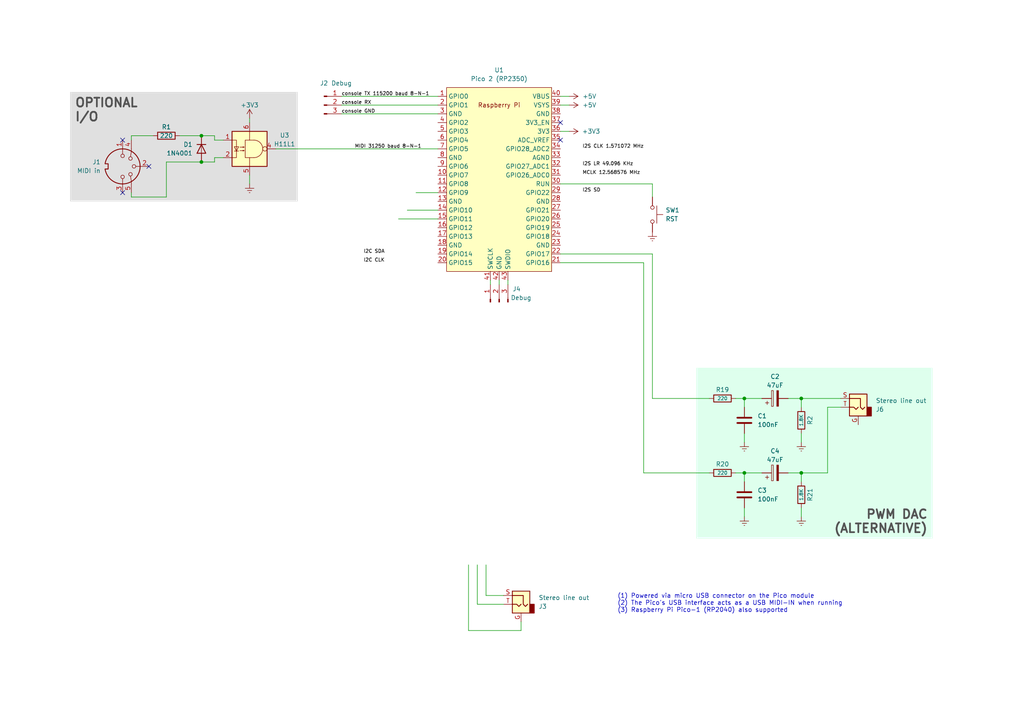
<source format=kicad_sch>
(kicad_sch (version 20230121) (generator eeschema)
  (paper "A4")
  (title_block (title "pico106") (date "2024-10-26") (rev "0.01") (company "https://github.com/AnotherJohnH/pico106"))
  (lib_symbols
    (symbol "+5V_1" (power) (pin_names (offset 0))
      (property "Value" "+5V_1" (at 0 3.81 90))
      (symbol "+5V_1_0_1"
        (polyline (pts (xy -0.762 1.27) (xy 0 2.54)))
        (polyline (pts (xy 0 0) (xy 0 2.54)))
        (polyline (pts (xy 0 2.54) (xy 0.762 1.27)))
      )
      (symbol "+5V_1_1_1"
        (pin power_in line (at 0 0 90) (length 0) hide (name "+5V") (number "1"))
      )
    )
    (symbol "Connector:Conn_01x03_Pin" (pin_names (offset 1.016) hide)
      (property "Reference" "J" (at 0 5.08 0))
      (property "Value" "Conn_01x03_Pin" (at 0 -5.08 0))
      (symbol "Conn_01x03_Pin_1_1"
        (polyline (pts (xy 1.27 -2.54) (xy 0.8636 -2.54)) (stroke (width 0.1524)))
        (polyline (pts (xy 1.27 0) (xy 0.8636 0)) (stroke (width 0.1524)))
        (polyline (pts (xy 1.27 2.54) (xy 0.8636 2.54)) (stroke (width 0.1524)))
        (rectangle (start 0.8636 -2.413) (end 0 -2.667) (stroke (width 0.1524)) (fill (type outline)))
        (rectangle (start 0.8636 0.127) (end 0 -0.127) (stroke (width 0.1524)) (fill (type outline)))
        (rectangle (start 0.8636 2.667) (end 0 2.413) (stroke (width 0.1524)) (fill (type outline)))
        (pin passive line (at 5.08 2.54 180) (length 3.81) (name "Pin_1") (number "1"))
        (pin passive line (at 5.08 0 180) (length 3.81) (name "Pin_2") (number "2"))
        (pin passive line (at 5.08 -2.54 180) (length 3.81) (name "Pin_3") (number "3"))
      )
    )
    (symbol "Connector:DIN-5_180degree" (pin_names (offset 1.016))
      (property "Reference" "J" (at 3.175 5.715 0))
      (property "Value" "DIN-5_180degree" (at 0 -6.35 0))
      (symbol "DIN-5_180degree_0_1"
        (arc (start -5.08 0) (mid -3.8609 -3.3364) (end -0.762 -5.08) (stroke (width 0.254)))
        (circle (center -3.048 0) (radius 0.508))
        (circle (center -2.286 2.286) (radius 0.508))
        (polyline (pts (xy -5.08 0) (xy -3.556 0)))
        (polyline (pts (xy 0 5.08) (xy 0 3.81)))
        (polyline (pts (xy 5.08 0) (xy 3.556 0)))
        (polyline (pts (xy -5.08 2.54) (xy -4.318 2.54) (xy -2.794 2.286)))
        (polyline (pts (xy 5.08 2.54) (xy 4.318 2.54) (xy 2.794 2.286)))
        (polyline (pts (xy -0.762 -4.953) (xy -0.762 -4.191) (xy 0.762 -4.191) (xy 0.762 -4.953)) (stroke (width 0.254)))
        (circle (center 0 3.302) (radius 0.508))
        (arc (start 0.762 -5.08) (mid 3.8685 -3.343) (end 5.08 0) (stroke (width 0.254)))
        (circle (center 2.286 2.286) (radius 0.508))
        (circle (center 3.048 0) (radius 0.508))
        (arc (start 5.08 0) (mid 0 5.0579) (end -5.08 0) (stroke (width 0.254)))
      )
      (symbol "DIN-5_180degree_1_1"
        (pin passive line (at -7.62 0 0) (length 2.54) (name "~") (number "1"))
        (pin passive line (at 0 7.62 270) (length 2.54) (name "~") (number "2"))
        (pin passive line (at 7.62 0 180) (length 2.54) (name "~") (number "3"))
        (pin passive line (at -7.62 2.54 0) (length 2.54) (name "~") (number "4"))
        (pin passive line (at 7.62 2.54 180) (length 2.54) (name "~") (number "5"))
      )
    )
    (symbol "Connector_Audio:AudioJack2_Ground"
      (property "Reference" "J" (at 0 8.89 0))
      (property "Value" "AudioJack2_Ground" (at 0 6.35 0))
      (symbol "AudioJack2_Ground_0_1"
        (rectangle (start -2.54 -2.54) (end -3.81 0) (stroke (width 0.254)) (fill (type outline)))
        (polyline (pts (xy 0 0) (xy 0.635 -0.635) (xy 1.27 0) (xy 2.54 0)) (stroke (width 0.254)))
        (polyline (pts (xy 2.54 2.54) (xy -0.635 2.54) (xy -0.635 0) (xy -1.27 -0.635) (xy -1.905 0)) (stroke (width 0.254)))
        (rectangle (start 2.54 3.81) (end -2.54 -2.54) (stroke (width 0.254)) (fill (type background)))
      )
      (symbol "AudioJack2_Ground_1_1"
        (pin passive line (at 0 -5.08 90) (length 2.54) (name "~") (number "G"))
        (pin passive line (at 5.08 2.54 180) (length 2.54) (name "~") (number "S"))
        (pin passive line (at 5.08 0 180) (length 2.54) (name "~") (number "T"))
      )
    )
    (symbol "Device:C" (pin_numbers hide) (pin_names (offset 0.254))
      (property "Reference" "C" (at 0.635 2.54 0))
      (property "Value" "C" (at 0.635 -2.54 0))
      (symbol "C_0_1"
        (polyline (pts (xy -2.032 -0.762) (xy 2.032 -0.762)) (stroke (width 0.508)))
        (polyline (pts (xy -2.032 0.762) (xy 2.032 0.762)) (stroke (width 0.508)))
      )
      (symbol "C_1_1"
        (pin passive line (at 0 3.81 270) (length 2.794) (name "~") (number "1"))
        (pin passive line (at 0 -3.81 90) (length 2.794) (name "~") (number "2"))
      )
    )
    (symbol "Device:C_Polarized" (pin_numbers hide) (pin_names (offset 0.254))
      (property "Reference" "C" (at 0.635 2.54 0))
      (property "Value" "C_Polarized" (at 0.635 -2.54 0))
      (symbol "C_Polarized_0_1"
        (rectangle (start -2.286 0.508) (end 2.286 1.016))
        (polyline (pts (xy -1.778 2.286) (xy -0.762 2.286)))
        (polyline (pts (xy -1.27 2.794) (xy -1.27 1.778)))
        (rectangle (start 2.286 -0.508) (end -2.286 -1.016) (fill (type outline)))
      )
      (symbol "C_Polarized_1_1"
        (pin passive line (at 0 3.81 270) (length 2.794) (name "~") (number "1"))
        (pin passive line (at 0 -3.81 90) (length 2.794) (name "~") (number "2"))
      )
    )
    (symbol "Device:R" (pin_numbers hide) (pin_names (offset 0))
      (property "Reference" "R" (at 2.032 0 90))
      (property "Value" "R" (at 0 0 90))
      (symbol "R_0_1"
        (rectangle (start -1.016 -2.54) (end 1.016 2.54) (stroke (width 0.254)))
      )
      (symbol "R_1_1"
        (pin passive line (at 0 3.81 270) (length 1.27) (name "~") (number "1"))
        (pin passive line (at 0 -3.81 90) (length 1.27) (name "~") (number "2"))
      )
    )
    (symbol "Diode:1N4001" (pin_numbers hide) (pin_names hide)
      (property "Reference" "D" (at 0 2.54 0))
      (property "Value" "1N4001" (at 0 -2.54 0))
      (symbol "1N4001_0_1"
        (polyline (pts (xy -1.27 1.27) (xy -1.27 -1.27)) (stroke (width 0.254)))
        (polyline (pts (xy 1.27 0) (xy -1.27 0)))
        (polyline (pts (xy 1.27 1.27) (xy 1.27 -1.27) (xy -1.27 0) (xy 1.27 1.27)) (stroke (width 0.254)))
      )
      (symbol "1N4001_1_1"
        (pin passive line (at -3.81 0 0) (length 2.54) (name "K") (number "1"))
        (pin passive line (at 3.81 0 180) (length 2.54) (name "A") (number "2"))
      )
    )
    (symbol "Isolator:H11L1" (pin_names (offset 1.016))
      (property "Reference" "U" (at 1.27 8.89 0))
      (property "Value" "H11L1" (at 1.27 6.35 0))
      (symbol "H11L1_0_1"
        (rectangle (start -5.08 5.08) (end 5.08 -5.08) (stroke (width 0.254)) (fill (type background)))
        (polyline (pts (xy -4.445 -0.635) (xy -3.175 -0.635)))
        (polyline (pts (xy 0 2.54) (xy 0 5.08)))
        (polyline (pts (xy 0 -2.54) (xy 0 -5.08) (xy 0 -3.81)))
        (polyline (pts (xy -5.08 -2.54) (xy -3.81 -2.54) (xy -3.81 2.54) (xy -5.08 2.54)))
        (polyline (pts (xy -3.81 -0.635) (xy -4.445 0.635) (xy -3.175 0.635) (xy -3.81 -0.635)))
        (polyline (pts (xy 1.27 -2.54) (xy -1.27 -2.54) (xy -1.27 2.54) (xy 1.27 2.54)))
        (polyline (pts (xy -2.794 -0.508) (xy -1.524 -0.508) (xy -1.905 -0.635) (xy -1.905 -0.381) (xy -1.524 -0.508)))
        (polyline (pts (xy -2.794 0.508) (xy -1.524 0.508) (xy -1.905 0.381) (xy -1.905 0.635) (xy -1.524 0.508)))
        (arc (start 1.27 -2.54) (mid 3.799 0) (end 1.27 2.54))
      )
      (symbol "H11L1_1_1"
        (pin passive line (at -7.62 2.54 0) (length 2.54) (name "~") (number "1"))
        (pin passive line (at -7.62 -2.54 0) (length 2.54) (name "~") (number "2"))
        (pin no_connect line (at -5.08 0 0) (length 2.54) hide (name "~") (number "3"))
        (pin output inverted (at 7.62 0 180) (length 3.81) (name "~") (number "4"))
        (pin power_in line (at 0 -7.62 90) (length 2.54) (name "~") (number "5"))
        (pin power_in line (at 0 7.62 270) (length 2.54) (name "~") (number "6"))
      )
    )
    (symbol "MCU_RaspberryPi_and_Boards:Pico 2"
      (property "Reference" "U" (at -13.97 27.94 0))
      (property "Value" "Pico 2 (RP2350)" (at 0 19.05 0))
      (symbol "Pico 2_0_1"
        (rectangle (start -15.24 26.67) (end 15.24 -26.67) (fill (type background)))
      )
      (symbol "Pico 2_1_0"
        (text "Raspberry Pi" (at 0 21.59 0) (effects (font (size 1.27 1.27))))
      )
      (symbol "Pico 2_1_1"
        (pin bidirectional line (at -17.78 24.13 0) (length 2.54) (name "GPIO0") (number "1"))
        (pin bidirectional line (at -17.78 1.27 0) (length 2.54) (name "GPIO7") (number "10"))
        (pin bidirectional line (at -17.78 -1.27 0) (length 2.54) (name "GPIO8") (number "11"))
        (pin bidirectional line (at -17.78 -3.81 0) (length 2.54) (name "GPIO9") (number "12"))
        (pin power_in line (at -17.78 -6.35 0) (length 2.54) (name "GND") (number "13"))
        (pin bidirectional line (at -17.78 -8.89 0) (length 2.54) (name "GPIO10") (number "14"))
        (pin bidirectional line (at -17.78 -11.43 0) (length 2.54) (name "GPIO11") (number "15"))
        (pin bidirectional line (at -17.78 -13.97 0) (length 2.54) (name "GPIO12") (number "16"))
        (pin bidirectional line (at -17.78 -16.51 0) (length 2.54) (name "GPIO13") (number "17"))
        (pin power_in line (at -17.78 -19.05 0) (length 2.54) (name "GND") (number "18"))
        (pin bidirectional line (at -17.78 -21.59 0) (length 2.54) (name "GPIO14") (number "19"))
        (pin bidirectional line (at -17.78 21.59 0) (length 2.54) (name "GPIO1") (number "2"))
        (pin bidirectional line (at -17.78 -24.13 0) (length 2.54) (name "GPIO15") (number "20"))
        (pin bidirectional line (at 17.78 -24.13 180) (length 2.54) (name "GPIO16") (number "21"))
        (pin bidirectional line (at 17.78 -21.59 180) (length 2.54) (name "GPIO17") (number "22"))
        (pin power_in line (at 17.78 -19.05 180) (length 2.54) (name "GND") (number "23"))
        (pin bidirectional line (at 17.78 -16.51 180) (length 2.54) (name "GPIO18") (number "24"))
        (pin bidirectional line (at 17.78 -13.97 180) (length 2.54) (name "GPIO19") (number "25"))
        (pin bidirectional line (at 17.78 -11.43 180) (length 2.54) (name "GPIO20") (number "26"))
        (pin bidirectional line (at 17.78 -8.89 180) (length 2.54) (name "GPIO21") (number "27"))
        (pin power_in line (at 17.78 -6.35 180) (length 2.54) (name "GND") (number "28"))
        (pin bidirectional line (at 17.78 -3.81 180) (length 2.54) (name "GPIO22") (number "29"))
        (pin power_in line (at -17.78 19.05 0) (length 2.54) (name "GND") (number "3"))
        (pin input line (at 17.78 -1.27 180) (length 2.54) (name "RUN") (number "30"))
        (pin bidirectional line (at 17.78 1.27 180) (length 2.54) (name "GPIO26_ADC0") (number "31"))
        (pin bidirectional line (at 17.78 3.81 180) (length 2.54) (name "GPIO27_ADC1") (number "32"))
        (pin power_in line (at 17.78 6.35 180) (length 2.54) (name "AGND") (number "33"))
        (pin bidirectional line (at 17.78 8.89 180) (length 2.54) (name "GPIO28_ADC2") (number "34"))
        (pin power_in line (at 17.78 11.43 180) (length 2.54) (name "ADC_VREF") (number "35"))
        (pin power_in line (at 17.78 13.97 180) (length 2.54) (name "3V3") (number "36"))
        (pin input line (at 17.78 16.51 180) (length 2.54) (name "3V3_EN") (number "37"))
        (pin bidirectional line (at 17.78 19.05 180) (length 2.54) (name "GND") (number "38"))
        (pin power_in line (at 17.78 21.59 180) (length 2.54) (name "VSYS") (number "39"))
        (pin bidirectional line (at -17.78 16.51 0) (length 2.54) (name "GPIO2") (number "4"))
        (pin power_in line (at 17.78 24.13 180) (length 2.54) (name "VBUS") (number "40"))
        (pin input line (at -2.54 -29.21 90) (length 2.54) (name "SWCLK") (number "41"))
        (pin power_in line (at 0 -29.21 90) (length 2.54) (name "GND") (number "42"))
        (pin bidirectional line (at 2.54 -29.21 90) (length 2.54) (name "SWDIO") (number "43"))
        (pin bidirectional line (at -17.78 13.97 0) (length 2.54) (name "GPIO3") (number "5"))
        (pin bidirectional line (at -17.78 11.43 0) (length 2.54) (name "GPIO4") (number "6"))
        (pin bidirectional line (at -17.78 8.89 0) (length 2.54) (name "GPIO5") (number "7"))
        (pin power_in line (at -17.78 6.35 0) (length 2.54) (name "GND") (number "8"))
        (pin bidirectional line (at -17.78 3.81 0) (length 2.54) (name "GPIO6") (number "9"))
      )
    )
    (symbol "Switch:SW_Push" (pin_numbers hide) (pin_names (offset 1.016) hide)
      (property "Reference" "SW" (at 1.27 2.54 0))
      (property "Value" "SW_Push" (at 0 -1.524 0))
      (symbol "SW_Push_0_1"
        (circle (center -2.032 0) (radius 0.508))
        (polyline (pts (xy 0 1.27) (xy 0 3.048)))
        (polyline (pts (xy 2.54 1.27) (xy -2.54 1.27)))
        (circle (center 2.032 0) (radius 0.508))
        (pin passive line (at -5.08 0 0) (length 2.54) (name "1") (number "1"))
        (pin passive line (at 5.08 0 180) (length 2.54) (name "2") (number "2"))
      )
    )
    (symbol "power:+3V3" (power) (pin_names (offset 0))
      (property "Value" "+3V3" (at 0 3.556 0))
      (symbol "+3V3_0_1"
        (polyline (pts (xy -0.762 1.27) (xy 0 2.54)))
        (polyline (pts (xy 0 0) (xy 0 2.54)))
        (polyline (pts (xy 0 2.54) (xy 0.762 1.27)))
      )
      (symbol "+3V3_1_1"
        (pin power_in line (at 0 0 90) (length 0) hide (name "+3V3") (number "1"))
      )
    )
    (symbol "power:+5V" (power) (pin_names (offset 0))
      (property "Value" "+5V" (at 0 3.556 0))
      (symbol "+5V_0_1"
        (polyline (pts (xy -0.762 1.27) (xy 0 2.54)))
        (polyline (pts (xy 0 0) (xy 0 2.54)))
        (polyline (pts (xy 0 2.54) (xy 0.762 1.27)))
      )
      (symbol "+5V_1_1"
        (pin power_in line (at 0 0 90) (length 0) hide (name "+5V") (number "1"))
      )
    )
    (symbol "power:Earth" (power) (pin_names (offset 0))
      (symbol "Earth_0_1"
        (polyline (pts (xy -0.635 -1.905) (xy 0.635 -1.905)))
        (polyline (pts (xy -0.127 -2.54) (xy 0.127 -2.54)))
        (polyline (pts (xy 0 -1.27) (xy 0 0)))
        (polyline (pts (xy 1.27 -1.27) (xy -1.27 -1.27)))
      )
      (symbol "Earth_1_1"
        (pin power_in line (at 0 0 270) (length 0) hide (name "Earth") (number "1"))
      )
    )
  )
  (junction (at 215.9 115.57))
  (junction (at 215.9 137.16))
  (junction (at 232.41 115.57))
  (junction (at 232.41 137.16))
  (junction (at 58.42 39.37))
  (junction (at 58.42 46.99))
  (no_connect (at 162.56 40.64))
  (no_connect (at 162.56 35.56))
  (no_connect (at 43.18 48.26))
  (no_connect (at 35.56 55.88))
  (no_connect (at 35.56 40.64))
  (wire (pts (xy 38.1 55.88) (xy 38.1 57.15)))
  (wire (pts (xy 232.41 137.16) (xy 232.41 139.7)))
  (wire (pts (xy 64.77 40.64) (xy 62.23 40.64)))
  (wire (pts (xy 135.89 163.83) (xy 135.89 182.88)))
  (wire (pts (xy 147.32 81.28) (xy 147.32 82.55)))
  (wire (pts (xy 38.1 40.64) (xy 38.1 39.37)))
  (wire (pts (xy 232.41 125.73) (xy 232.41 128.27)))
  (wire (pts (xy 58.42 46.99) (xy 62.23 46.99)))
  (wire (pts (xy 140.97 163.83) (xy 140.97 172.72)))
  (wire (pts (xy 151.13 180.34) (xy 151.13 182.88)))
  (wire (pts (xy 189.23 115.57) (xy 205.74 115.57)))
  (wire (pts (xy 186.69 137.16) (xy 205.74 137.16)))
  (wire (pts (xy 62.23 45.72) (xy 62.23 46.99)))
  (wire (pts (xy 215.9 137.16) (xy 220.98 137.16)))
  (wire (pts (xy 62.23 45.72) (xy 64.77 45.72)))
  (wire (pts (xy 162.56 73.66) (xy 189.23 73.66)))
  (wire (pts (xy 213.36 115.57) (xy 215.9 115.57)))
  (wire (pts (xy 162.56 30.48) (xy 165.1 30.48)))
  (wire (pts (xy 228.6 137.16) (xy 232.41 137.16)))
  (wire (pts (xy 151.13 182.88) (xy 135.89 182.88)))
  (wire (pts (xy 58.42 39.37) (xy 52.07 39.37)))
  (wire (pts (xy 215.9 115.57) (xy 215.9 118.11)))
  (wire (pts (xy 228.6 115.57) (xy 232.41 115.57)))
  (wire (pts (xy 138.43 175.26) (xy 146.05 175.26)))
  (wire (pts (xy 99.06 27.94) (xy 127 27.94)))
  (wire (pts (xy 58.42 46.99) (xy 48.26 46.99)))
  (wire (pts (xy 162.56 38.1) (xy 165.1 38.1)))
  (wire (pts (xy 232.41 137.16) (xy 240.03 137.16)))
  (wire (pts (xy 146.05 172.72) (xy 140.97 172.72)))
  (wire (pts (xy 127 63.5) (xy 115.57 63.5)))
  (wire (pts (xy 142.24 81.28) (xy 142.24 82.55)))
  (wire (pts (xy 99.06 30.48) (xy 127 30.48)))
  (wire (pts (xy 215.9 125.73) (xy 215.9 128.27)))
  (wire (pts (xy 48.26 57.15) (xy 38.1 57.15)))
  (wire (pts (xy 215.9 115.57) (xy 220.98 115.57)))
  (wire (pts (xy 232.41 115.57) (xy 243.84 115.57)))
  (wire (pts (xy 215.9 137.16) (xy 215.9 139.7)))
  (wire (pts (xy 127 60.96) (xy 118.11 60.96)))
  (wire (pts (xy 99.06 33.02) (xy 127 33.02)))
  (wire (pts (xy 127 55.88) (xy 120.65 55.88)))
  (wire (pts (xy 240.03 137.16) (xy 240.03 118.11)))
  (wire (pts (xy 232.41 115.57) (xy 232.41 118.11)))
  (wire (pts (xy 162.56 76.2) (xy 186.69 76.2)))
  (wire (pts (xy 144.78 81.28) (xy 144.78 82.55)))
  (wire (pts (xy 240.03 118.11) (xy 243.84 118.11)))
  (wire (pts (xy 38.1 39.37) (xy 44.45 39.37)))
  (wire (pts (xy 215.9 147.32) (xy 215.9 149.86)))
  (wire (pts (xy 62.23 39.37) (xy 62.23 40.64)))
  (wire (pts (xy 189.23 53.34) (xy 162.56 53.34)))
  (wire (pts (xy 72.39 34.29) (xy 72.39 35.56)))
  (wire (pts (xy 72.39 50.8) (xy 72.39 53.34)))
  (wire (pts (xy 186.69 76.2) (xy 186.69 137.16)))
  (wire (pts (xy 48.26 46.99) (xy 48.26 57.15)))
  (wire (pts (xy 232.41 147.32) (xy 232.41 149.86)))
  (wire (pts (xy 138.43 163.83) (xy 138.43 175.26)))
  (wire (pts (xy 189.23 53.34) (xy 189.23 57.15)))
  (wire (pts (xy 80.01 43.18) (xy 127 43.18)))
  (wire (pts (xy 189.23 73.66) (xy 189.23 115.57)))
  (wire (pts (xy 162.56 27.94) (xy 165.1 27.94)))
  (wire (pts (xy 58.42 39.37) (xy 62.23 39.37)))
  (wire (pts (xy 213.36 137.16) (xy 215.9 137.16)))
  (rectangle (start 201.93 106.68) (end 270.51 156.21) (stroke (width -0.0001)) (fill (type color) (color 222 255 237 1)))
  (rectangle (start 20.32 26.67) (end 86.36 58.42) (stroke (width -0.0001)) (fill (type color) (color 224 224 224 1)))
  (text "(1) Powered via micro USB connector on the Pico module\n(2) The Pico's USB interface acts as a USB MIDI-IN when running\n(3) Raspberry Pi Pico-1 (RP2040) also supported" (at 179.07 177.8 0) (effects (font (size 1.27 1.27)) (justify left bottom)))
  (text "PWM DAC\n(ALTERNATIVE)" (at 269.24 154.94 0) (effects (font (size 2.54 2.54) (thickness 0.508) bold) (justify right bottom)))
  (text "OPTIONAL\nI/O" (at 21.59 35.56 0) (effects (font (size 2.54 2.54) (thickness 0.508) bold) (justify left bottom)))
  (label "MCLK 12.568576 MHz" (at 168.91 50.8 0) (effects (font (size 1 1))))
  (label "console RX" (at 99.06 30.48 0) (effects (font (size 1 1))))
  (label "I2C SDA" (at 105.41 73.66 0) (effects (font (size 1 1))))
  (label "console GND" (at 99.06 33.02 0) (effects (font (size 1 1))))
  (label "I2S LR 49.096 KHz" (at 168.91 48.26 0) (effects (font (size 1 1))))
  (label "MIDI 31250 baud 8-N-1" (at 102.87 43.18 0) (effects (font (size 1 1))))
  (label "console TX 115200 baud 8-N-1 " (at 99.06 27.94 0) (effects (font (size 1 1))))
  (label "I2S CLK 1.571072 MHz" (at 168.91 43.18 0) (effects (font (size 1 1))))
  (label "I2S SD" (at 168.91 55.88 0) (effects (font (size 1 1))))
  (label "I2C CLK" (at 105.41 76.2 0) (effects (font (size 1 1))))
  (symbol (lib_id "Diode:1N4001") (at 58.42 43.18 90) (mirror x) (unit 1)
    (property "Reference" "D1" (at 55.88 41.91 90) (effects (justify left)))
    (property "Value" "1N4001" (at 55.88 44.45 90) (effects (justify left)))
    (property "Footprint" "Diode_THT:D_DO-41_SOD81_P10.16mm_Horizontal" (effects hide))
    (property "Datasheet" "http://www.vishay.com/docs/88503/1n4001.pdf" (effects hide))
    (property "Sim.Device" "D" (effects hide))
    (property "Sim.Pins" "1=K 2=A" (effects hide))
  )
  (symbol (lib_id "MCU_RaspberryPi_and_Boards:Pico 2") (at 144.78 52.07 0) (unit 1)
    (property "Reference" "U1" (at 144.78 20.32 0))
    (property "Value" "Pico 2 (RP2350)" (at 144.78 22.86 0))
    (property "Footprint" "RPi_Pico:RPi_Pico_SMD_TH" (effects hide))
  )
  (symbol (lib_id "Device:R") (at 209.55 115.57 270) (mirror x) (unit 1)
    (property "Reference" "R19" (at 209.55 113.03 90))
    (property "Value" "220" (at 209.55 115.57 90) (effects (font (size 1 1))))
    (property "Footprint" "Resistor_THT:R_Axial_DIN0204_L3.6mm_D1.6mm_P5.08mm_Horizontal" (effects hide))
  )
  (symbol (lib_id "Device:C") (at 215.9 143.51 0) (unit 1)
    (property "Reference" "C3" (at 219.71 142.24 0) (effects (justify left)))
    (property "Value" "100nF" (at 219.71 144.78 0) (effects (justify left)))
  )
  (symbol (lib_id "power:Earth") (at 189.23 67.31 0) (unit 1)
    (property "Reference" "#PWR02" (effects hide))
    (property "Value" "Earth" (effects hide))
  )
  (symbol (lib_id "Connector:Conn_01x03_Pin") (at 93.98 30.48 0) (unit 1)
    (property "Reference" "J2" (at 93.98 24.13 0))
    (property "Value" "Debug" (at 99.06 24.13 0))
    (property "Footprint" "Connector:FanPinHeader_1x03_P2.54mm_Vertical" (effects hide))
  )
  (symbol (lib_id "Device:R") (at 232.41 143.51 0) (mirror x) (unit 1)
    (property "Reference" "R21" (at 234.95 143.51 90))
    (property "Value" "1.8K" (at 232.41 143.51 90) (effects (font (size 1 1))))
    (property "Footprint" "Resistor_THT:R_Axial_DIN0204_L3.6mm_D1.6mm_P5.08mm_Horizontal" (effects hide))
  )
  (symbol (lib_id "Isolator:H11L1") (at 72.39 43.18 0) (unit 1)
    (property "Reference" "U3" (at 82.55 39.2431 0))
    (property "Value" "H11L1" (at 82.55 41.7831 0))
    (property "Footprint" "Package_DIP:DIP-6_W7.62mm_LongPads" (effects hide))
    (property "Datasheet" "https://www.onsemi.com/pub/Collateral/H11L3M-D.PDF" (effects hide))
  )
  (symbol (lib_id "power:+3V3") (at 72.39 34.29 0) (unit 1)
    (property "Reference" "#PWR05" (effects hide))
    (property "Value" "+3V3" (at 72.39 30.48 0))
  )
  (symbol (lib_id "Device:R") (at 209.55 137.16 270) (mirror x) (unit 1)
    (property "Reference" "R20" (at 209.55 134.62 90))
    (property "Value" "220" (at 209.55 137.16 90) (effects (font (size 1 1))))
    (property "Footprint" "Resistor_THT:R_Axial_DIN0204_L3.6mm_D1.6mm_P5.08mm_Horizontal" (effects hide))
  )
  (symbol (lib_id "Switch:SW_Push") (at 189.23 62.23 270) (unit 1)
    (property "Reference" "SW1" (at 193.04 60.96 90) (effects (justify left)))
    (property "Value" "RST" (at 193.04 63.5 90) (effects (justify left)))
    (property "Footprint" "Button_Switch_THT:SW_PUSH_6mm_H5mm" (effects hide))
  )
  (symbol (lib_id "Connector_Audio:AudioJack2_Ground") (at 151.13 175.26 0) (mirror y) (unit 1)
    (property "Reference" "J3" (at 156.21 175.895 0) (effects (justify right)))
    (property "Value" "Stereo line out" (at 156.21 173.355 0) (effects (justify right)))
    (property "Footprint" "Connector_Audio:Jack_3.5mm_CUI_SJ1-3523N_Horizontal" (effects hide))
  )
  (symbol (lib_id "power:Earth") (at 215.9 128.27 0) (mirror y) (unit 1)
    (property "Reference" "#PWR016" (effects hide))
    (property "Value" "Earth" (effects hide))
  )
  (symbol (lib_id "Device:R") (at 232.41 121.92 0) (mirror x) (unit 1)
    (property "Reference" "R2" (at 234.95 121.92 90))
    (property "Value" "1.8K" (at 232.41 121.92 90) (effects (font (size 1 1))))
    (property "Footprint" "Resistor_THT:R_Axial_DIN0204_L3.6mm_D1.6mm_P5.08mm_Horizontal" (effects hide))
  )
  (symbol (lib_id "power:+3V3") (at 165.1 38.1 270) (unit 1)
    (property "Reference" "#PWR06" (effects hide))
    (property "Value" "+3V3" (at 171.45 38.1 90))
  )
  (symbol (lib_id "Device:C_Polarized") (at 224.79 137.16 90) (unit 1)
    (property "Reference" "C4" (at 224.79 130.81 90))
    (property "Value" "47uF" (at 224.79 133.35 90))
  )
  (symbol (lib_id "power:Earth") (at 215.9 149.86 0) (mirror y) (unit 1)
    (property "Reference" "#PWR023" (effects hide))
    (property "Value" "Earth" (effects hide))
  )
  (symbol (lib_id "Connector_Audio:AudioJack2_Ground") (at 248.92 118.11 0) (mirror y) (unit 1)
    (property "Reference" "J6" (at 254 118.745 0) (effects (justify right)))
    (property "Value" "Stereo line out" (at 254 116.205 0) (effects (justify right)))
    (property "Footprint" "Connector_Audio:Jack_3.5mm_CUI_SJ1-3523N_Horizontal" (effects hide))
  )
  (symbol (lib_id "Connector:DIN-5_180degree") (at 35.56 48.26 270) (unit 1)
    (property "Reference" "J1" (at 29.21 46.99 90) (effects (justify right)))
    (property "Value" "MIDI in" (at 29.21 49.53 90) (effects (justify right)))
    (property "Datasheet" "http://www.mouser.com/ds/2/18/40_c091_abd_e-75918.pdf" (effects hide))
  )
  (symbol (lib_id "Device:R") (at 48.26 39.37 270) (mirror x) (unit 1)
    (property "Reference" "R1" (at 48.26 36.83 90))
    (property "Value" "220" (at 48.26 39.37 90))
    (property "Footprint" "Resistor_THT:R_Axial_DIN0204_L3.6mm_D1.6mm_P5.08mm_Horizontal" (effects hide))
  )
  (symbol (lib_id "power:Earth") (at 232.41 128.27 0) (mirror y) (unit 1)
    (property "Reference" "#PWR019" (effects hide))
    (property "Value" "Earth" (effects hide))
  )
  (symbol (lib_id "Device:C_Polarized") (at 224.79 115.57 90) (unit 1)
    (property "Reference" "C2" (at 224.79 109.22 90))
    (property "Value" "47uF" (at 224.79 111.76 90))
  )
  (symbol (lib_id "Connector:Conn_01x03_Pin") (at 144.78 87.63 90) (unit 1)
    (property "Reference" "J4" (at 149.86 83.82 90))
    (property "Value" "Debug" (at 151.13 86.36 90))
    (property "Footprint" "Connector:FanPinHeader_1x03_P2.54mm_Vertical" (effects hide))
  )
  (symbol (lib_id "power:Earth") (at 232.41 149.86 0) (mirror y) (unit 1)
    (property "Reference" "#PWR024" (effects hide))
    (property "Value" "Earth" (effects hide))
  )
  (symbol (lib_name "+5V_1") (lib_id "power:+5V") (at 165.1 30.48 270) (unit 1)
    (property "Reference" "#PWR010" (effects hide))
    (property "Value" "VSYS" (at 168.91 30.48 90) (effects (justify left)))
  )
  (symbol (lib_id "power:Earth") (at 72.39 53.34 0) (unit 1)
    (property "Reference" "#PWR03" (effects hide))
    (property "Value" "Earth" (effects hide))
  )
  (symbol (lib_id "Device:C") (at 215.9 121.92 0) (unit 1)
    (property "Reference" "C1" (at 219.71 120.65 0) (effects (justify left)))
    (property "Value" "100nF" (at 219.71 123.19 0) (effects (justify left)))
  )
  (symbol (lib_id "power:+5V") (at 165.1 27.94 270) (unit 1)
    (property "Reference" "#PWR07" (effects hide))
    (property "Value" "+5V" (at 168.91 27.94 90) (effects (justify left)))
  )
)
</source>
